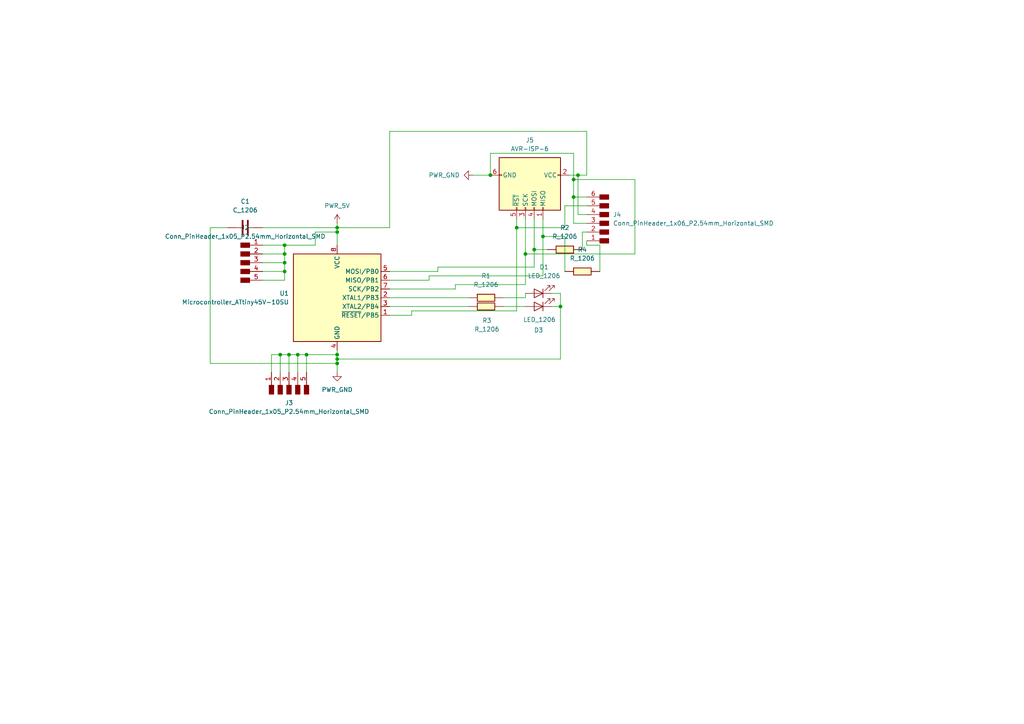
<source format=kicad_sch>
(kicad_sch (version 20231120) (generator "eeschema") (generator_version "8.0")
  (paper "A4")
  (lib_symbols
    (symbol "Connector:AVR-ISP-6" (pin_names (offset 1.016))
      (property "Reference" "J" (at -6.35 11.43 0))
      (property "Value" "AVR-ISP-6" (at 0 11.43 0))
      (symbol "AVR-ISP-6_0_1"
        (rectangle (start -2.667 -6.858) (end -2.413 -7.62))
        (rectangle (start -2.667 10.16) (end -2.413 9.398))
        (rectangle (start 7.62 -2.413) (end 6.858 -2.667))
        (rectangle (start 7.62 0.127) (end 6.858 -0.127))
        (rectangle (start 7.62 2.667) (end 6.858 2.413))
        (rectangle (start 7.62 5.207) (end 6.858 4.953))
        (rectangle (start 7.62 10.16) (end -7.62 -7.62) (stroke (width 0.254)) (fill (type background)))
      )
      (symbol "AVR-ISP-6_1_1"
        (pin passive line (at 10.16 5.08 180) (length 2.54) (name "MISO") (number "1"))
        (pin passive line (at -2.54 12.7 270) (length 2.54) (name "VCC") (number "2"))
        (pin passive line (at 10.16 0 180) (length 2.54) (name "SCK") (number "3"))
        (pin passive line (at 10.16 2.54 180) (length 2.54) (name "MOSI") (number "4"))
        (pin passive line (at 10.16 -2.54 180) (length 2.54) (name "~{RST}") (number "5"))
        (pin passive line (at -2.54 -10.16 90) (length 2.54) (name "GND") (number "6"))
      )
    )
    (symbol "Fab:C_1206" (pin_numbers hide)
      (property "Reference" "C" (at 0.635 2.54 0))
      (property "Value" "C_1206" (at 0.635 -2.54 0))
      (symbol "C_1206_0_1"
        (polyline (pts (xy -2.032 -0.762) (xy 2.032 -0.762)) (stroke (width 0.508)))
        (polyline (pts (xy -2.032 0.762) (xy 2.032 0.762)) (stroke (width 0.508)))
        (polyline (pts (xy 0 -0.635) (xy 0 -2.54)))
        (polyline (pts (xy 0 0.635) (xy 0 2.54)))
      )
      (symbol "C_1206_1_1"
        (pin passive line (at 0 5.08 270) (length 2.54) (name "~") (number "1"))
        (pin passive line (at 0 -5.08 90) (length 2.54) (name "~") (number "2"))
      )
    )
    (symbol "Fab:Conn_PinHeader_1x05_P2.54mm_Horizontal_SMD" (pin_names hide)
      (property "Reference" "J" (at 0 7.62 0))
      (property "Value" "Conn_PinHeader_1x05_P2.54mm_Horizontal_SMD" (at 0 -7.62 0))
      (symbol "Conn_PinHeader_1x05_P2.54mm_Horizontal_SMD_1_1"
        (rectangle (start -1.27 -4.445) (end 1.27 -5.715) (stroke (width 0.254)) (fill (type outline)))
        (rectangle (start -1.27 -1.905) (end 1.27 -3.175) (stroke (width 0.254)) (fill (type outline)))
        (rectangle (start -1.27 0.635) (end 1.27 -0.635) (stroke (width 0.254)) (fill (type outline)))
        (rectangle (start -1.27 3.175) (end 1.27 1.905) (stroke (width 0.254)) (fill (type outline)))
        (rectangle (start -1.27 5.715) (end 1.27 4.445) (stroke (width 0.254)) (fill (type outline)))
        (pin passive line (at 5.08 5.08 180) (length 3.81) (name "Pin_1") (number "1"))
        (pin passive line (at 5.08 2.54 180) (length 3.81) (name "Pin_2") (number "2"))
        (pin passive line (at 5.08 0 180) (length 3.81) (name "Pin_3") (number "3"))
        (pin passive line (at 5.08 -2.54 180) (length 3.81) (name "Pin_4") (number "4"))
        (pin passive line (at 5.08 -5.08 180) (length 3.81) (name "Pin_5") (number "5"))
      )
    )
    (symbol "Fab:Conn_PinHeader_1x06_P2.54mm_Horizontal_SMD" (pin_names hide)
      (property "Reference" "J" (at 0 7.62 0))
      (property "Value" "Conn_PinHeader_1x06_P2.54mm_Horizontal_SMD" (at 0 -10.16 0))
      (symbol "Conn_PinHeader_1x06_P2.54mm_Horizontal_SMD_1_1"
        (rectangle (start -1.27 -6.985) (end 1.27 -8.255) (stroke (width 0.254)) (fill (type outline)))
        (rectangle (start -1.27 -4.445) (end 1.27 -5.715) (stroke (width 0.254)) (fill (type outline)))
        (rectangle (start -1.27 -1.905) (end 1.27 -3.175) (stroke (width 0.254)) (fill (type outline)))
        (rectangle (start -1.27 0.635) (end 1.27 -0.635) (stroke (width 0.254)) (fill (type outline)))
        (rectangle (start -1.27 3.175) (end 1.27 1.905) (stroke (width 0.254)) (fill (type outline)))
        (rectangle (start -1.27 5.715) (end 1.27 4.445) (stroke (width 0.254)) (fill (type outline)))
        (pin passive line (at 5.08 5.08 180) (length 3.81) (name "Pin_1") (number "1"))
        (pin passive line (at 5.08 2.54 180) (length 3.81) (name "Pin_2") (number "2"))
        (pin passive line (at 5.08 0 180) (length 3.81) (name "Pin_3") (number "3"))
        (pin passive line (at 5.08 -2.54 180) (length 3.81) (name "Pin_4") (number "4"))
        (pin passive line (at 5.08 -5.08 180) (length 3.81) (name "Pin_5") (number "5"))
        (pin passive line (at 5.08 -7.62 180) (length 3.81) (name "Pin_6") (number "6"))
      )
    )
    (symbol "Fab:LED_1206" (pin_numbers hide) (pin_names (offset 1.016) hide)
      (property "Reference" "D" (at 0 2.54 0))
      (property "Value" "LED_1206" (at 0 -2.54 0))
      (symbol "LED_1206_0_1"
        (polyline (pts (xy -1.27 -1.27) (xy -1.27 1.27)) (stroke (width 0.2032)))
        (polyline (pts (xy -1.27 0) (xy 1.27 0)))
        (polyline (pts (xy 1.27 -1.27) (xy 1.27 1.27) (xy -1.27 0) (xy 1.27 -1.27)) (stroke (width 0.2032)))
        (polyline (pts (xy -3.048 -0.762) (xy -4.572 -2.286) (xy -3.81 -2.286) (xy -4.572 -2.286) (xy -4.572 -1.524)))
        (polyline (pts (xy -1.778 -0.762) (xy -3.302 -2.286) (xy -2.54 -2.286) (xy -3.302 -2.286) (xy -3.302 -1.524)))
      )
      (symbol "LED_1206_1_1"
        (pin passive line (at -3.81 0 0) (length 2.54) (name "K") (number "1"))
        (pin passive line (at 3.81 0 180) (length 2.54) (name "A") (number "2"))
      )
    )
    (symbol "Fab:Microcontroller_ATtiny45V-10SU"
      (property "Reference" "U" (at -12.7 13.97 0))
      (property "Value" "Microcontroller_ATtiny45V-10SU" (at 2.54 15.24 0))
      (symbol "Microcontroller_ATtiny45V-10SU_0_1"
        (rectangle (start -12.7 -12.7) (end 12.7 12.7) (stroke (width 0.254)) (fill (type background)))
      )
      (symbol "Microcontroller_ATtiny45V-10SU_1_1"
        (pin bidirectional line (at 15.24 -5.08 180) (length 2.54) (name "~{RESET}/PB5") (number "1"))
        (pin bidirectional line (at 15.24 0 180) (length 2.54) (name "XTAL1/PB3") (number "2"))
        (pin bidirectional line (at 15.24 -2.54 180) (length 2.54) (name "XTAL2/PB4") (number "3"))
        (pin power_in line (at 0 -15.24 90) (length 2.54) (name "GND") (number "4"))
        (pin bidirectional line (at 15.24 7.62 180) (length 2.54) (name "MOSI/PB0") (number "5"))
        (pin bidirectional line (at 15.24 5.08 180) (length 2.54) (name "MISO/PB1") (number "6"))
        (pin bidirectional line (at 15.24 2.54 180) (length 2.54) (name "SCK/PB2") (number "7"))
        (pin power_in line (at 0 15.24 270) (length 2.54) (name "VCC") (number "8"))
      )
    )
    (symbol "Fab:PWR_5V" (power) (pin_names (offset 0))
      (property "Value" "PWR_5V" (at 0 3.556 0))
      (symbol "PWR_5V_0_1"
        (polyline (pts (xy -0.762 1.27) (xy 0 2.54)))
        (polyline (pts (xy 0 0) (xy 0 2.54)))
        (polyline (pts (xy 0 2.54) (xy 0.762 1.27)))
      )
      (symbol "PWR_5V_1_1"
        (pin power_in line (at 0 0 90) (length 0) hide (name "PWR_5V") (number "1"))
      )
    )
    (symbol "Fab:PWR_GND" (power) (pin_names (offset 0))
      (property "Value" "PWR_GND" (at 0 -3.81 0))
      (symbol "PWR_GND_0_1"
        (polyline (pts (xy 0 0) (xy 0 -1.27) (xy 1.27 -1.27) (xy 0 -2.54) (xy -1.27 -1.27) (xy 0 -1.27)))
      )
      (symbol "PWR_GND_1_1"
        (pin power_in line (at 0 0 270) (length 0) hide (name "PWR_GND") (number "1"))
      )
    )
    (symbol "Fab:R_1206" (pin_numbers hide) (pin_names (offset 0))
      (property "Reference" "R" (at 2.54 0 90))
      (property "Value" "R_1206" (at -2.54 0 90))
      (symbol "R_1206_0_1"
        (rectangle (start -1.016 -2.54) (end 1.016 2.54) (stroke (width 0.254)) (fill (type background)))
      )
      (symbol "R_1206_1_1"
        (pin passive line (at 0 5.08 270) (length 2.54) (name "~") (number "1"))
        (pin passive line (at 0 -5.08 90) (length 2.54) (name "~") (number "2"))
      )
    )
  )
  (junction (at 97.79 105.41))
  (junction (at 83.82 102.87))
  (junction (at 167.64 50.8))
  (junction (at 166.37 52.07))
  (junction (at 82.55 78.74))
  (junction (at 149.86 66.04))
  (junction (at 166.37 57.15))
  (junction (at 152.4 73.66))
  (junction (at 97.79 102.87))
  (junction (at 82.55 73.66))
  (junction (at 157.48 68.58))
  (junction (at 142.24 50.8))
  (junction (at 162.56 88.9))
  (junction (at 154.94 72.39))
  (junction (at 97.79 67.31))
  (junction (at 82.55 76.2))
  (junction (at 81.28 102.87))
  (junction (at 86.36 102.87))
  (junction (at 97.79 66.04))
  (junction (at 88.9 102.87))
  (junction (at 82.55 71.12))
  (junction (at 97.79 104.14))
  (wire (pts (xy 157.48 68.58) (xy 157.48 80.01)))
  (wire (pts (xy 146.05 86.36) (xy 152.4 86.36)))
  (wire (pts (xy 113.03 88.9) (xy 135.89 88.9)))
  (wire (pts (xy 66.04 66.04) (xy 60.96 66.04)))
  (wire (pts (xy 82.55 76.2) (xy 82.55 73.66)))
  (wire (pts (xy 166.37 44.45) (xy 166.37 52.07)))
  (wire (pts (xy 166.37 52.07) (xy 184.15 52.07)))
  (wire (pts (xy 76.2 78.74) (xy 82.55 78.74)))
  (wire (pts (xy 97.79 104.14) (xy 97.79 105.41)))
  (wire (pts (xy 132.08 83.82) (xy 113.03 83.82)))
  (wire (pts (xy 152.4 73.66) (xy 152.4 82.55)))
  (wire (pts (xy 113.03 66.04) (xy 97.79 66.04)))
  (wire (pts (xy 170.18 38.1) (xy 113.03 38.1)))
  (wire (pts (xy 97.79 102.87) (xy 97.79 104.14)))
  (wire (pts (xy 97.79 101.6) (xy 97.79 102.87)))
  (wire (pts (xy 166.37 57.15) (xy 166.37 64.77)))
  (wire (pts (xy 170.18 38.1) (xy 170.18 50.8)))
  (wire (pts (xy 124.46 80.01) (xy 157.48 80.01)))
  (wire (pts (xy 60.96 66.04) (xy 60.96 105.41)))
  (wire (pts (xy 162.56 85.09) (xy 162.56 88.9)))
  (wire (pts (xy 113.03 86.36) (xy 135.89 86.36)))
  (wire (pts (xy 76.2 66.04) (xy 97.79 66.04)))
  (wire (pts (xy 142.24 44.45) (xy 142.24 50.8)))
  (wire (pts (xy 152.4 82.55) (xy 132.08 82.55)))
  (wire (pts (xy 91.44 71.12) (xy 91.44 67.31)))
  (wire (pts (xy 165.1 50.8) (xy 167.64 50.8)))
  (wire (pts (xy 146.05 88.9) (xy 152.4 88.9)))
  (wire (pts (xy 163.83 59.69) (xy 163.83 66.04)))
  (wire (pts (xy 97.79 66.04) (xy 97.79 67.31)))
  (wire (pts (xy 76.2 73.66) (xy 82.55 73.66)))
  (wire (pts (xy 81.28 107.95) (xy 81.28 102.87)))
  (wire (pts (xy 83.82 102.87) (xy 86.36 102.87)))
  (wire (pts (xy 170.18 67.31) (xy 168.91 67.31)))
  (wire (pts (xy 173.99 71.12) (xy 170.18 71.12)))
  (wire (pts (xy 166.37 52.07) (xy 166.37 57.15)))
  (wire (pts (xy 163.83 68.58) (xy 157.48 68.58)))
  (wire (pts (xy 83.82 107.95) (xy 83.82 102.87)))
  (wire (pts (xy 149.86 66.04) (xy 149.86 90.17)))
  (wire (pts (xy 76.2 71.12) (xy 82.55 71.12)))
  (wire (pts (xy 152.4 63.5) (xy 152.4 73.66)))
  (wire (pts (xy 124.46 81.28) (xy 124.46 80.01)))
  (wire (pts (xy 137.16 50.8) (xy 142.24 50.8)))
  (wire (pts (xy 170.18 71.12) (xy 170.18 69.85)))
  (wire (pts (xy 91.44 67.31) (xy 97.79 67.31)))
  (wire (pts (xy 149.86 63.5) (xy 149.86 66.04)))
  (wire (pts (xy 60.96 105.41) (xy 97.79 105.41)))
  (wire (pts (xy 132.08 82.55) (xy 132.08 83.82)))
  (wire (pts (xy 97.79 104.14) (xy 162.56 104.14)))
  (wire (pts (xy 184.15 52.07) (xy 184.15 73.66)))
  (wire (pts (xy 81.28 102.87) (xy 83.82 102.87)))
  (wire (pts (xy 78.74 107.95) (xy 78.74 102.87)))
  (wire (pts (xy 127 77.47) (xy 154.94 77.47)))
  (wire (pts (xy 163.83 78.74) (xy 163.83 68.58)))
  (wire (pts (xy 82.55 78.74) (xy 82.55 76.2)))
  (wire (pts (xy 127 78.74) (xy 113.03 78.74)))
  (wire (pts (xy 154.94 72.39) (xy 158.75 72.39)))
  (wire (pts (xy 167.64 50.8) (xy 167.64 62.23)))
  (wire (pts (xy 167.64 50.8) (xy 170.18 50.8)))
  (wire (pts (xy 113.03 91.44) (xy 119.38 91.44)))
  (wire (pts (xy 86.36 107.95) (xy 86.36 102.87)))
  (wire (pts (xy 162.56 88.9) (xy 162.56 104.14)))
  (wire (pts (xy 82.55 81.28) (xy 82.55 78.74)))
  (wire (pts (xy 166.37 44.45) (xy 142.24 44.45)))
  (wire (pts (xy 76.2 81.28) (xy 82.55 81.28)))
  (wire (pts (xy 97.79 64.77) (xy 97.79 66.04)))
  (wire (pts (xy 97.79 67.31) (xy 97.79 71.12)))
  (wire (pts (xy 78.74 102.87) (xy 81.28 102.87)))
  (wire (pts (xy 124.46 81.28) (xy 113.03 81.28)))
  (wire (pts (xy 88.9 107.95) (xy 88.9 102.87)))
  (wire (pts (xy 160.02 88.9) (xy 162.56 88.9)))
  (wire (pts (xy 160.02 85.09) (xy 162.56 85.09)))
  (wire (pts (xy 113.03 38.1) (xy 113.03 66.04)))
  (wire (pts (xy 119.38 90.17) (xy 119.38 91.44)))
  (wire (pts (xy 163.83 66.04) (xy 149.86 66.04)))
  (wire (pts (xy 152.4 86.36) (xy 152.4 85.09)))
  (wire (pts (xy 127 78.74) (xy 127 77.47)))
  (wire (pts (xy 170.18 57.15) (xy 166.37 57.15)))
  (wire (pts (xy 154.94 72.39) (xy 154.94 77.47)))
  (wire (pts (xy 170.18 59.69) (xy 163.83 59.69)))
  (wire (pts (xy 119.38 90.17) (xy 149.86 90.17)))
  (wire (pts (xy 82.55 73.66) (xy 82.55 71.12)))
  (wire (pts (xy 170.18 64.77) (xy 166.37 64.77)))
  (wire (pts (xy 154.94 63.5) (xy 154.94 72.39)))
  (wire (pts (xy 184.15 73.66) (xy 152.4 73.66)))
  (wire (pts (xy 82.55 71.12) (xy 91.44 71.12)))
  (wire (pts (xy 157.48 63.5) (xy 157.48 68.58)))
  (wire (pts (xy 168.91 67.31) (xy 168.91 72.39)))
  (wire (pts (xy 173.99 78.74) (xy 173.99 71.12)))
  (wire (pts (xy 86.36 102.87) (xy 88.9 102.87)))
  (wire (pts (xy 170.18 62.23) (xy 167.64 62.23)))
  (wire (pts (xy 88.9 102.87) (xy 97.79 102.87)))
  (wire (pts (xy 76.2 76.2) (xy 82.55 76.2)))
  (wire (pts (xy 97.79 105.41) (xy 97.79 107.95)))
  (symbol (lib_id "Fab:C_1206") (at 71.12 66.04 90) (unit 1)
    (property "Reference" "C1" (at 71.12 58.42 90))
    (property "Value" "C_1206" (at 71.12 60.96 90))
    (property "Footprint" "fab:C_1206" (effects (hide yes)))
    (property "Datasheet" "https://www.yageo.com/upload/media/product/productsearch/datasheet/mlcc/UPY-GP_NP0_16V-to-50V_18.pdf" (effects (hide yes)))
    (property "Description" "Unpolarized capacitor, SMD, 1206" (effects (hide yes)))
  )
  (symbol (lib_id "Fab:Conn_PinHeader_1x05_P2.54mm_Horizontal_SMD") (at 71.12 76.2 0) (unit 1)
    (property "Reference" "J2" (at 71.12 66.04 0))
    (property "Value" "Conn_PinHeader_1x05_P2.54mm_Horizontal_SMD" (at 71.12 68.58 0))
    (property "Footprint" "fab:PinHeader_1x05_P2.54mm_Horizontal_SMD" (effects (hide yes)))
    (property "Description" "Male connector, single row" (effects (hide yes)))
  )
  (symbol (lib_id "Fab:LED_1206") (at 156.21 88.9 180) (unit 1)
    (property "Reference" "D3" (at 156.21 95.758 0))
    (property "Value" "LED_1206" (at 156.464 92.71 0))
    (property "Footprint" "fab:LED_1206" (effects (hide yes)))
    (property "Datasheet" "https://optoelectronics.liteon.com/upload/download/DS-22-98-0002/LTST-C150CKT.pdf" (effects (hide yes)))
    (property "Description" "Light emitting diode, Lite-On Inc. LTST, SMD" (effects (hide yes)))
  )
  (symbol (lib_id "Fab:Microcontroller_ATtiny45V-10SU") (at 97.79 86.36 0) (unit 1)
    (property "Reference" "U1" (at 83.82 85.0899 0) (effects (justify right)))
    (property "Value" "Microcontroller_ATtiny45V-10SU" (at 83.82 87.6299 0) (effects (justify right)))
    (property "Footprint" "fab:SOIC-8_3.9x4.9mm_P1.27mm" (effects (hide yes)))
    (property "Datasheet" "http://ww1.microchip.com/downloads/en/DeviceDoc/atmel-2586-avr-8-bit-microcontroller-attiny25-attiny45-attiny85_datasheet.pdf" (effects (hide yes)))
    (property "Description" "AVR ATtiny Microcontroller IC 8-Bit 10MHz 4KB (2K x 16) FLASH 8-SOIC" (effects (hide yes)))
  )
  (symbol (lib_id "Fab:Conn_PinHeader_1x06_P2.54mm_Horizontal_SMD") (at 175.26 64.77 180) (unit 1)
    (property "Reference" "J4" (at 177.8 62.2299 0) (effects (justify right)))
    (property "Value" "Conn_PinHeader_1x06_P2.54mm_Horizontal_SMD" (at 177.8 64.7699 0) (effects (justify right)))
    (property "Footprint" "fab:PinHeader_1x06_P2.54mm_Horizontal_SMD" (effects (hide yes)))
    (property "Datasheet" "https://gct.co/files/specs/2.54mm-socket-spec.pdf" (effects (hide yes)))
    (property "Description" "Male connector, single row" (effects (hide yes)))
  )
  (symbol (lib_id "Fab:Conn_PinHeader_1x05_P2.54mm_Horizontal_SMD") (at 83.82 113.03 90) (unit 1)
    (property "Reference" "J3" (at 83.82 116.84 90))
    (property "Value" "Conn_PinHeader_1x05_P2.54mm_Horizontal_SMD" (at 83.82 119.38 90))
    (property "Footprint" "fab:PinHeader_1x05_P2.54mm_Horizontal_SMD" (effects (hide yes)))
    (property "Description" "Male connector, single row" (effects (hide yes)))
  )
  (symbol (lib_id "Fab:PWR_GND") (at 97.79 107.95 0) (unit 1)
    (property "Reference" "#PWR02" (effects (hide yes)))
    (property "Value" "PWR_GND" (at 97.79 113.03 0))
    (property "Description" "Power symbol creates a global label with name \"GND\" , ground" (effects (hide yes)))
  )
  (symbol (lib_id "Fab:PWR_5V") (at 97.79 64.77 0) (unit 1)
    (property "Reference" "#PWR01" (effects (hide yes)))
    (property "Value" "PWR_5V" (at 97.79 59.69 0))
    (property "Description" "Power symbol creates a global label with name \"+5V\"" (effects (hide yes)))
  )
  (symbol (lib_id "Fab:R_1206") (at 163.83 72.39 270) (unit 1)
    (property "Reference" "R2" (at 163.83 66.04 90))
    (property "Value" "R_1206" (at 163.83 68.58 90))
    (property "Footprint" "fab:R_1206" (effects (hide yes)))
    (property "Description" "Resistor" (effects (hide yes)))
  )
  (symbol (lib_id "Connector:AVR-ISP-6") (at 152.4 53.34 270) (unit 1)
    (property "Reference" "J5" (at 153.67 40.64 90))
    (property "Value" "AVR-ISP-6" (at 153.67 43.18 90))
    (property "Footprint" "Connector_IDC:IDC-Header_2x03_P2.54mm_Vertical_SMD" (effects (hide yes)))
    (property "Datasheet" " ~" (effects (hide yes)))
    (property "Description" "Atmel 6-pin ISP connector" (effects (hide yes)))
  )
  (symbol (lib_id "Fab:R_1206") (at 140.97 86.36 270) (unit 1)
    (property "Reference" "R1" (at 140.97 80.01 90))
    (property "Value" "R_1206" (at 140.97 82.55 90))
    (property "Footprint" "fab:R_1206" (effects (hide yes)))
    (property "Description" "Resistor" (effects (hide yes)))
  )
  (symbol (lib_id "Fab:PWR_GND") (at 137.16 50.8 270) (unit 1)
    (property "Reference" "#PWR03" (effects (hide yes)))
    (property "Value" "PWR_GND" (at 133.35 50.7999 90) (effects (justify right)))
    (property "Description" "Power symbol creates a global label with name \"GND\" , ground" (effects (hide yes)))
  )
  (symbol (lib_id "Fab:LED_1206") (at 156.21 85.09 180) (unit 1)
    (property "Reference" "D1" (at 157.8102 77.47 0))
    (property "Value" "LED_1206" (at 157.8102 80.01 0))
    (property "Footprint" "fab:LED_1206" (effects (hide yes)))
    (property "Datasheet" "https://optoelectronics.liteon.com/upload/download/DS-22-98-0002/LTST-C150CKT.pdf" (effects (hide yes)))
    (property "Description" "Light emitting diode, Lite-On Inc. LTST, SMD" (effects (hide yes)))
  )
  (symbol (lib_id "Fab:R_1206") (at 168.91 78.74 270) (unit 1)
    (property "Reference" "R4" (at 168.91 72.39 90))
    (property "Value" "R_1206" (at 168.91 74.93 90))
    (property "Footprint" "fab:R_1206" (effects (hide yes)))
    (property "Description" "Resistor" (effects (hide yes)))
  )
  (symbol (lib_id "Fab:R_1206") (at 140.97 88.9 270) (unit 1)
    (property "Reference" "R3" (at 141.224 92.964 90))
    (property "Value" "R_1206" (at 141.224 95.504 90))
    (property "Footprint" "fab:R_1206" (effects (hide yes)))
    (property "Description" "Resistor" (effects (hide yes)))
  )
)
</source>
